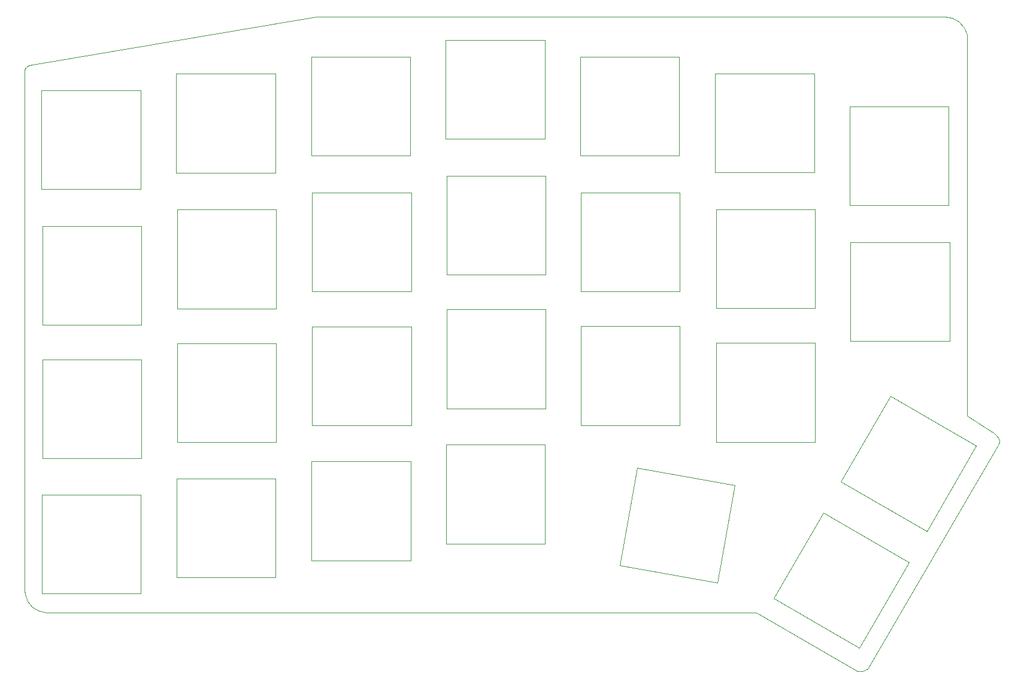
<source format=gbr>
G04 #@! TF.GenerationSoftware,KiCad,Pcbnew,(5.0.0)*
G04 #@! TF.CreationDate,2019-03-31T09:13:50-06:00*
G04 #@! TF.ProjectId,Top Plate,546F7020506C6174652E6B696361645F,rev?*
G04 #@! TF.SameCoordinates,Original*
G04 #@! TF.FileFunction,Profile,NP*
%FSLAX46Y46*%
G04 Gerber Fmt 4.6, Leading zero omitted, Abs format (unit mm)*
G04 Created by KiCad (PCBNEW (5.0.0)) date 03/31/19 09:13:50*
%MOMM*%
%LPD*%
G01*
G04 APERTURE LIST*
%ADD10C,0.100000*%
G04 APERTURE END LIST*
D10*
X187887800Y-116640620D02*
X180887800Y-128764620D01*
X200011800Y-123639720D02*
X187887800Y-116640620D01*
X202536800Y-119267220D02*
X209536800Y-107141820D01*
X190412800Y-112268120D02*
X202536800Y-119267220D01*
X180887800Y-128764620D02*
X193011800Y-135765050D01*
X197412800Y-100142620D02*
X190412800Y-112268120D01*
X209536800Y-107141820D02*
X197412800Y-100142620D01*
X193011800Y-135765050D02*
X200011800Y-123639720D01*
X161579380Y-110324780D02*
X159148380Y-124112090D01*
X172934280Y-126542940D02*
X175366680Y-112755680D01*
X159148380Y-124112090D02*
X172934280Y-126542940D01*
X175366680Y-112755680D02*
X161579380Y-110324780D01*
X167519440Y-66090800D02*
X167519440Y-52092660D01*
X167519440Y-52092660D02*
X153520140Y-52092660D01*
X153520140Y-52092660D02*
X153520140Y-66090800D01*
X167636280Y-85313520D02*
X167636280Y-71315380D01*
X153636980Y-71315380D02*
X153636980Y-85313520D01*
X167636280Y-71315380D02*
X153636980Y-71315380D01*
X153520140Y-66090800D02*
X167519440Y-66090800D01*
X153636980Y-85313520D02*
X167636280Y-85313520D01*
X153629360Y-90238380D02*
X153629360Y-104236520D01*
X153629360Y-104236520D02*
X167628660Y-104236520D01*
X167628660Y-104236520D02*
X167628660Y-90238380D01*
X167628660Y-90238380D02*
X153629360Y-90238380D01*
X205634680Y-73152000D02*
X205634680Y-59153860D01*
X191752220Y-78376580D02*
X191752220Y-92374720D01*
X205751520Y-92374720D02*
X205751520Y-78376580D01*
X191635380Y-73152000D02*
X205634680Y-73152000D01*
X205751520Y-78376580D02*
X191752220Y-78376580D01*
X205634680Y-59153860D02*
X191635380Y-59153860D01*
X191635380Y-59153860D02*
X191635380Y-73152000D01*
X191752220Y-92374720D02*
X205751520Y-92374720D01*
X186734540Y-106608880D02*
X186734540Y-92610740D01*
X172735240Y-106608880D02*
X186734540Y-106608880D01*
X172735240Y-92610740D02*
X172735240Y-106608880D01*
X186734540Y-92610740D02*
X172735240Y-92610740D01*
X172742860Y-87685880D02*
X186742160Y-87685880D01*
X172742860Y-73687740D02*
X172742860Y-87685880D01*
X186742160Y-73687740D02*
X172742860Y-73687740D01*
X186742160Y-87685880D02*
X186742160Y-73687740D01*
X172626020Y-68463160D02*
X186625320Y-68463160D01*
X186625320Y-68463160D02*
X186625320Y-54465020D01*
X186625320Y-54465020D02*
X172626020Y-54465020D01*
X172626020Y-54465020D02*
X172626020Y-68463160D01*
X115641120Y-85336380D02*
X129640420Y-85336380D01*
X129640420Y-71338240D02*
X115641120Y-71338240D01*
X115641120Y-71338240D02*
X115641120Y-85336380D01*
X96542860Y-87729060D02*
X110542160Y-87729060D01*
X110542160Y-73730920D02*
X96542860Y-73730920D01*
X96542860Y-73730920D02*
X96542860Y-87729060D01*
X110542160Y-87729060D02*
X110542160Y-73730920D01*
X91502520Y-90037920D02*
X91502520Y-76039780D01*
X91502520Y-76039780D02*
X77502970Y-76039780D01*
X77502970Y-90037920D02*
X91502520Y-90037920D01*
X77502970Y-76039780D02*
X77502970Y-90037920D01*
X129640420Y-85336380D02*
X129640420Y-71338240D01*
X134645400Y-68960800D02*
X134645400Y-82958940D01*
X148644700Y-68960800D02*
X134645400Y-68960800D01*
X134645400Y-82958940D02*
X148644700Y-82958940D01*
X148644700Y-82958940D02*
X148644700Y-68960800D01*
X96535240Y-106652060D02*
X110534540Y-106652060D01*
X110534540Y-92653920D02*
X96535240Y-92653920D01*
X96535240Y-92653920D02*
X96535240Y-106652060D01*
X129632800Y-104259380D02*
X129632800Y-90261240D01*
X115633500Y-90261240D02*
X115633500Y-104259380D01*
X129632800Y-90261240D02*
X115633500Y-90261240D01*
X115633500Y-104259380D02*
X129632800Y-104259380D01*
X110534540Y-106652060D02*
X110534540Y-92653920D01*
X77495350Y-108960920D02*
X91494900Y-108960920D01*
X91494900Y-94962780D02*
X77495350Y-94962780D01*
X91494900Y-108960920D02*
X91494900Y-94962780D01*
X77495350Y-94962780D02*
X77495350Y-108960920D01*
X134637780Y-87883800D02*
X134637780Y-101881940D01*
X148637080Y-101881940D02*
X148637080Y-87883800D01*
X148637080Y-87883800D02*
X134637780Y-87883800D01*
X134637780Y-101881940D02*
X148637080Y-101881940D01*
X115524280Y-52115520D02*
X115524280Y-66113660D01*
X129523580Y-52115520D02*
X115524280Y-52115520D01*
X134528560Y-49738080D02*
X134528560Y-63736220D01*
X134528560Y-63736220D02*
X148527860Y-63736220D01*
X148527860Y-49738080D02*
X134528560Y-49738080D01*
X115524280Y-66113660D02*
X129523580Y-66113660D01*
X129523580Y-66113660D02*
X129523580Y-52115520D01*
X148527860Y-63736220D02*
X148527860Y-49738080D01*
X96426020Y-54508200D02*
X96426020Y-68506340D01*
X77386130Y-56817060D02*
X77386130Y-70815200D01*
X91385680Y-56817060D02*
X77386130Y-56817060D01*
X91385680Y-70815200D02*
X91385680Y-56817060D01*
X77386130Y-70815200D02*
X91385680Y-70815200D01*
X110425320Y-68506340D02*
X110425320Y-54508200D01*
X110425320Y-54508200D02*
X96426020Y-54508200D01*
X96426020Y-68506340D02*
X110425320Y-68506340D01*
X148571040Y-121008140D02*
X148571040Y-107010000D01*
X148571040Y-107010000D02*
X134571740Y-107010000D01*
X134571740Y-121008140D02*
X148571040Y-121008140D01*
X134571740Y-107010000D02*
X134571740Y-121008140D01*
X96469200Y-125778260D02*
X110468500Y-125778260D01*
X110468500Y-125778260D02*
X110468500Y-111780120D01*
X110468500Y-111780120D02*
X96469200Y-111780120D01*
X96469200Y-111780120D02*
X96469200Y-125778260D01*
X77429310Y-114088980D02*
X77429310Y-128087120D01*
X91428860Y-128087120D02*
X91428860Y-114088980D01*
X77429310Y-128087120D02*
X91428860Y-128087120D01*
X91428860Y-114088980D02*
X77429310Y-114088980D01*
X129566760Y-123385580D02*
X129566760Y-109387440D01*
X129566760Y-109387440D02*
X115567460Y-109387440D01*
X115567460Y-109387440D02*
X115567460Y-123385580D01*
X115567460Y-123385580D02*
X129566760Y-123385580D01*
X212800000Y-106590000D02*
X212760000Y-106920000D01*
X212690000Y-106150000D02*
X212800000Y-106590000D01*
X212430000Y-105750000D02*
X212690000Y-106150000D01*
X212090000Y-105359200D02*
X212430000Y-105750000D01*
X208210000Y-48980000D02*
X207790000Y-47980000D01*
X75290000Y-53490000D02*
X75630000Y-53300000D01*
X208221000Y-102916000D02*
X208215000Y-102906000D01*
X205098000Y-46430000D02*
X132080000Y-46430000D01*
X208222000Y-102917000D02*
X208221000Y-102916000D01*
X208205000Y-102870000D02*
X208205000Y-95250000D01*
X193427000Y-139053000D02*
X194051000Y-138806000D01*
X178448000Y-130736000D02*
X178454000Y-130738000D01*
X132080000Y-46430000D02*
X116211000Y-46430000D01*
X134620000Y-130735000D02*
X156210000Y-130735000D01*
X208210000Y-102896000D02*
X208209000Y-102894000D01*
X178461000Y-130740000D02*
X178466000Y-130743000D01*
X194051000Y-138806000D02*
X194175000Y-138696000D01*
X178435000Y-130735000D02*
X178442000Y-130736000D01*
X76113100Y-130009000D02*
X77045100Y-130547000D01*
X194175000Y-138696000D02*
X212759000Y-106924000D01*
X208205000Y-95250000D02*
X208205000Y-48980900D01*
X208209000Y-102893000D02*
X208207000Y-102882000D01*
X192757000Y-139071000D02*
X193427000Y-139053000D01*
X178442000Y-130736000D02*
X178448000Y-130736000D01*
X178454000Y-130738000D02*
X178461000Y-130740000D01*
X208215000Y-102906000D02*
X208210000Y-102896000D01*
X99060000Y-130735000D02*
X134620000Y-130735000D01*
X178466000Y-130743000D02*
X178473000Y-130745000D01*
X116211000Y-46430000D02*
X75627000Y-53298100D01*
X208240000Y-102934000D02*
X208232000Y-102926000D01*
X212090000Y-105359200D02*
X208240000Y-102934000D01*
X206165000Y-46618000D02*
X205098000Y-46430000D01*
X208207000Y-102882000D02*
X208205000Y-102870000D01*
X78111600Y-130735000D02*
X99060000Y-130735000D01*
X207097000Y-47156100D02*
X206165000Y-46618000D01*
X192731000Y-139062000D02*
X192757000Y-139071000D01*
X156210000Y-130735000D02*
X178435000Y-130735000D01*
X207789000Y-47980900D02*
X207097000Y-47156100D01*
X208223000Y-102918000D02*
X208222000Y-102917000D01*
X77045100Y-130547000D02*
X78111600Y-130735000D01*
X208209000Y-102894000D02*
X208209000Y-102893000D01*
X208232000Y-102926000D02*
X208223000Y-102918000D01*
X178473000Y-130745000D02*
X192731000Y-139062000D01*
X75421300Y-129184000D02*
X76113100Y-130009000D01*
X75005000Y-127632000D02*
X75052100Y-128170000D01*
X75285600Y-53491000D02*
X75136900Y-53615800D01*
X75039900Y-53783900D02*
X75005000Y-53981600D01*
X75052100Y-128170000D02*
X75421300Y-129184000D01*
X75005000Y-53981600D02*
X75005000Y-127632000D01*
X75136900Y-53615800D02*
X75039900Y-53783900D01*
M02*

</source>
